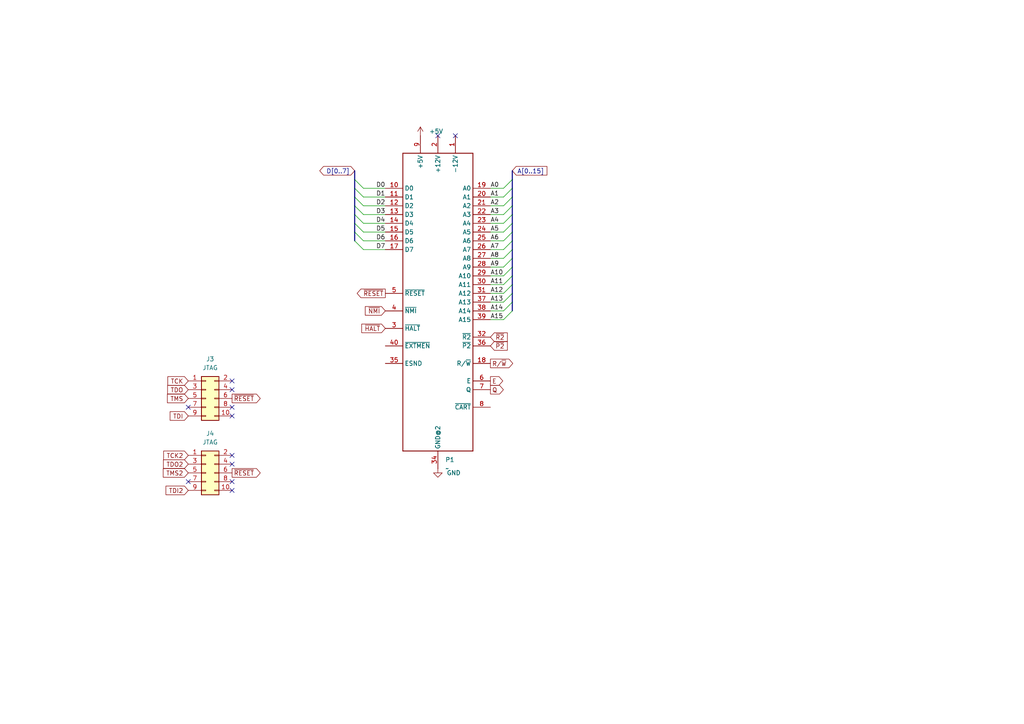
<source format=kicad_sch>
(kicad_sch (version 20250114) (generator "eeschema") (generator_version "9.0")
  (paper "A4")
  (lib_symbols
    (symbol "Connector_Generic:Conn_02x05_Odd_Even" (pin_names (offset 1.016) (hide yes))
      (property "Reference" "J" (at 1.27 7.62 0))
      (property "Value" "Conn_02x05_Odd_Even" (at 1.27 -7.62 0))
      (symbol "Conn_02x05_Odd_Even_1_1"
        (rectangle (start -1.27 6.35) (end 3.81 -6.35) (stroke (width 0.254)) (fill (type background)))
        (rectangle (start -1.27 5.207) (end 0 4.953) (stroke (width 0.1524)))
        (rectangle (start -1.27 2.667) (end 0 2.413) (stroke (width 0.1524)))
        (rectangle (start -1.27 0.127) (end 0 -0.127) (stroke (width 0.1524)))
        (rectangle (start -1.27 -2.413) (end 0 -2.667) (stroke (width 0.1524)))
        (rectangle (start -1.27 -4.953) (end 0 -5.207) (stroke (width 0.1524)))
        (rectangle (start 3.81 5.207) (end 2.54 4.953) (stroke (width 0.1524)))
        (rectangle (start 3.81 2.667) (end 2.54 2.413) (stroke (width 0.1524)))
        (rectangle (start 3.81 0.127) (end 2.54 -0.127) (stroke (width 0.1524)))
        (rectangle (start 3.81 -2.413) (end 2.54 -2.667) (stroke (width 0.1524)))
        (rectangle (start 3.81 -4.953) (end 2.54 -5.207) (stroke (width 0.1524)))
        (pin passive line (at -5.08 5.08 0) (length 3.81) (name "Pin_1") (number "1"))
        (pin passive line (at -5.08 2.54 0) (length 3.81) (name "Pin_3") (number "3"))
        (pin passive line (at -5.08 0 0) (length 3.81) (name "Pin_5") (number "5"))
        (pin passive line (at -5.08 -2.54 0) (length 3.81) (name "Pin_7") (number "7"))
        (pin passive line (at -5.08 -5.08 0) (length 3.81) (name "Pin_9") (number "9"))
        (pin passive line (at 7.62 5.08 180) (length 3.81) (name "Pin_2") (number "2"))
        (pin passive line (at 7.62 2.54 180) (length 3.81) (name "Pin_4") (number "4"))
        (pin passive line (at 7.62 0 180) (length 3.81) (name "Pin_6") (number "6"))
        (pin passive line (at 7.62 -2.54 180) (length 3.81) (name "Pin_8") (number "8"))
        (pin passive line (at 7.62 -5.08 180) (length 3.81) (name "Pin_10") (number "10"))
      )
    )
    (symbol "Library:CartridgeEdge" (in_bom no)
      (property "Reference" "P" (at 0 0 0))
      (symbol "CartridgeEdge_1_0"
        (polyline (pts (xy -10.16 40.64) (xy 10.16 40.64)) (stroke (width 0.254)))
        (polyline (pts (xy -10.16 -45.72) (xy -10.16 40.64)) (stroke (width 0.254)))
        (polyline (pts (xy 10.16 40.64) (xy 10.16 -45.72)) (stroke (width 0.254)))
        (polyline (pts (xy 10.16 -45.72) (xy -10.16 -45.72)) (stroke (width 0.254)))
        (pin bidirectional line (at -15.24 30.48 0) (length 5.08) (name "D0") (number "10"))
        (pin bidirectional line (at -15.24 27.94 0) (length 5.08) (name "D1") (number "11"))
        (pin bidirectional line (at -15.24 25.4 0) (length 5.08) (name "D2") (number "12"))
        (pin bidirectional line (at -15.24 22.86 0) (length 5.08) (name "D3") (number "13"))
        (pin bidirectional line (at -15.24 20.32 0) (length 5.08) (name "D4") (number "14"))
        (pin bidirectional line (at -15.24 17.78 0) (length 5.08) (name "D5") (number "15"))
        (pin bidirectional line (at -15.24 15.24 0) (length 5.08) (name "D6") (number "16"))
        (pin bidirectional line (at -15.24 12.7 0) (length 5.08) (name "D7") (number "17"))
        (pin bidirectional line (at -15.24 0 0) (length 5.08) (name "~{RESET}") (number "5"))
        (pin bidirectional line (at -15.24 -5.08 0) (length 5.08) (name "~{NMI}") (number "4"))
        (pin bidirectional line (at -15.24 -10.16 0) (length 5.08) (name "~{HALT}") (number "3"))
        (pin input line (at -15.24 -15.24 0) (length 5.08) (name "~{EXTMEN}") (number "40"))
        (pin bidirectional line (at -15.24 -20.32 0) (length 5.08) (name "ESND") (number "35"))
        (pin passive line (at -5.08 45.72 270) (length 5.08) (name "+5V") (number "9"))
        (pin passive line (at 0 45.72 270) (length 5.08) (name "+12V") (number "2"))
        (pin passive line (at 0 -50.8 90) (length 5.08) (hide yes) (name "GND@1") (number "33"))
        (pin passive line (at 0 -50.8 90) (length 5.08) (name "GND@2") (number "34"))
        (pin passive line (at 5.08 45.72 270) (length 5.08) (name "-12V") (number "1"))
        (pin output line (at 15.24 30.48 180) (length 5.08) (name "A0") (number "19"))
        (pin output line (at 15.24 27.94 180) (length 5.08) (name "A1") (number "20"))
        (pin output line (at 15.24 25.4 180) (length 5.08) (name "A2") (number "21"))
        (pin output line (at 15.24 22.86 180) (length 5.08) (name "A3") (number "22"))
        (pin output line (at 15.24 20.32 180) (length 5.08) (name "A4") (number "23"))
        (pin output line (at 15.24 17.78 180) (length 5.08) (name "A5") (number "24"))
        (pin output line (at 15.24 15.24 180) (length 5.08) (name "A6") (number "25"))
        (pin output line (at 15.24 12.7 180) (length 5.08) (name "A7") (number "26"))
        (pin output line (at 15.24 10.16 180) (length 5.08) (name "A8") (number "27"))
        (pin output line (at 15.24 7.62 180) (length 5.08) (name "A9") (number "28"))
        (pin output line (at 15.24 5.08 180) (length 5.08) (name "A10") (number "29"))
        (pin output line (at 15.24 2.54 180) (length 5.08) (name "A11") (number "30"))
        (pin output line (at 15.24 0 180) (length 5.08) (name "A12") (number "31"))
        (pin output line (at 15.24 -2.54 180) (length 5.08) (name "A13") (number "37"))
        (pin output line (at 15.24 -5.08 180) (length 5.08) (name "A14") (number "38"))
        (pin output line (at 15.24 -7.62 180) (length 5.08) (name "A15") (number "39"))
        (pin output line (at 15.24 -12.7 180) (length 5.08) (name "~{R2}") (number "32"))
        (pin output line (at 15.24 -15.24 180) (length 5.08) (name "~{P2}") (number "36"))
        (pin output line (at 15.24 -20.32 180) (length 5.08) (name "R/~{W}") (number "18"))
        (pin output line (at 15.24 -25.4 180) (length 5.08) (name "E") (number "6"))
        (pin output line (at 15.24 -27.94 180) (length 5.08) (name "Q") (number "7"))
        (pin input line (at 15.24 -33.02 180) (length 5.08) (name "~{CART}") (number "8"))
      )
    )
    (symbol "power:+5V" (power) (pin_numbers (hide yes)) (pin_names (offset 0) (hide yes))
      (property "Value" "+5V" (at 0 3.556 0))
      (symbol "+5V_0_1"
        (polyline (pts (xy -0.762 1.27) (xy 0 2.54)))
        (polyline (pts (xy 0 2.54) (xy 0.762 1.27)))
        (polyline (pts (xy 0 0) (xy 0 2.54)))
      )
      (symbol "+5V_1_1"
        (pin power_in line (at 0 0 90) (length 0) (name "~") (number "1"))
      )
    )
    (symbol "power:GND" (power) (pin_numbers (hide yes)) (pin_names (offset 0) (hide yes))
      (property "Value" "GND" (at 0 -3.81 0))
      (symbol "GND_0_1"
        (polyline (pts (xy 0 0) (xy 0 -1.27) (xy 1.27 -1.27) (xy 0 -2.54) (xy -1.27 -1.27) (xy 0 -1.27)))
      )
      (symbol "GND_1_1"
        (pin power_in line (at 0 0 270) (length 0) (name "~") (number "1"))
      )
    )
  )
  (no_connect (at 67.31 142.24))
  (no_connect (at 67.31 113.03))
  (no_connect (at 67.31 110.49))
  (no_connect (at 54.61 118.11))
  (no_connect (at 67.31 134.62))
  (no_connect (at 54.61 139.7))
  (no_connect (at 132.08 39.37))
  (no_connect (at 67.31 120.65))
  (no_connect (at 67.31 139.7))
  (no_connect (at 67.31 118.11))
  (no_connect (at 127 39.37))
  (no_connect (at 67.31 132.08))
  (bus_entry (at 102.87 62.23) (size 2.54 2.54))
  (bus_entry (at 102.87 57.15) (size 2.54 2.54))
  (bus_entry (at 148.59 74.93) (size -2.54 2.54))
  (bus_entry (at 148.59 69.85) (size -2.54 2.54))
  (bus_entry (at 148.59 52.07) (size -2.54 2.54))
  (bus_entry (at 148.59 64.77) (size -2.54 2.54))
  (bus_entry (at 148.59 54.61) (size -2.54 2.54))
  (bus_entry (at 148.59 90.17) (size -2.54 2.54))
  (bus_entry (at 102.87 52.07) (size 2.54 2.54))
  (bus_entry (at 148.59 77.47) (size -2.54 2.54))
  (bus_entry (at 148.59 62.23) (size -2.54 2.54))
  (bus_entry (at 102.87 64.77) (size 2.54 2.54))
  (bus_entry (at 148.59 59.69) (size -2.54 2.54))
  (bus_entry (at 148.59 80.01) (size -2.54 2.54))
  (bus_entry (at 148.59 67.31) (size -2.54 2.54))
  (bus_entry (at 102.87 69.85) (size 2.54 2.54))
  (bus_entry (at 102.87 59.69) (size 2.54 2.54))
  (bus_entry (at 102.87 67.31) (size 2.54 2.54))
  (bus_entry (at 148.59 85.09) (size -2.54 2.54))
  (bus_entry (at 148.59 82.55) (size -2.54 2.54))
  (bus_entry (at 102.87 54.61) (size 2.54 2.54))
  (bus_entry (at 148.59 87.63) (size -2.54 2.54))
  (bus_entry (at 148.59 57.15) (size -2.54 2.54))
  (bus_entry (at 148.59 72.39) (size -2.54 2.54))
  (wire (pts (xy 142.24 82.55) (xy 146.05 82.55)))
  (wire (pts (xy 142.24 57.15) (xy 146.05 57.15)))
  (wire (pts (xy 142.24 62.23) (xy 146.05 62.23)))
  (wire (pts (xy 105.41 62.23) (xy 111.76 62.23)))
  (wire (pts (xy 105.41 54.61) (xy 111.76 54.61)))
  (wire (pts (xy 146.05 85.09) (xy 142.24 85.09)))
  (bus (pts (xy 148.59 57.15) (xy 148.59 59.69)))
  (bus (pts (xy 148.59 54.61) (xy 148.59 57.15)))
  (wire (pts (xy 105.41 69.85) (xy 111.76 69.85)))
  (wire (pts (xy 142.24 67.31) (xy 146.05 67.31)))
  (bus (pts (xy 148.59 64.77) (xy 148.59 67.31)))
  (wire (pts (xy 105.41 72.39) (xy 111.76 72.39)))
  (bus (pts (xy 102.87 64.77) (xy 102.87 67.31)))
  (bus (pts (xy 148.59 69.85) (xy 148.59 72.39)))
  (wire (pts (xy 105.41 57.15) (xy 111.76 57.15)))
  (bus (pts (xy 148.59 67.31) (xy 148.59 69.85)))
  (wire (pts (xy 142.24 77.47) (xy 146.05 77.47)))
  (bus (pts (xy 148.59 85.09) (xy 148.59 87.63)))
  (bus (pts (xy 148.59 59.69) (xy 148.59 62.23)))
  (bus (pts (xy 148.59 77.47) (xy 148.59 80.01)))
  (wire (pts (xy 146.05 90.17) (xy 142.24 90.17)))
  (wire (pts (xy 105.41 67.31) (xy 111.76 67.31)))
  (bus (pts (xy 148.59 52.07) (xy 148.59 54.61)))
  (wire (pts (xy 142.24 72.39) (xy 146.05 72.39)))
  (wire (pts (xy 105.41 64.77) (xy 111.76 64.77)))
  (bus (pts (xy 148.59 49.53) (xy 148.59 52.07)))
  (bus (pts (xy 102.87 67.31) (xy 102.87 69.85)))
  (bus (pts (xy 148.59 72.39) (xy 148.59 74.93)))
  (wire (pts (xy 146.05 80.01) (xy 142.24 80.01)))
  (wire (pts (xy 146.05 69.85) (xy 142.24 69.85)))
  (wire (pts (xy 146.05 59.69) (xy 142.24 59.69)))
  (bus (pts (xy 102.87 54.61) (xy 102.87 57.15)))
  (wire (pts (xy 142.24 87.63) (xy 146.05 87.63)))
  (bus (pts (xy 102.87 52.07) (xy 102.87 54.61)))
  (bus (pts (xy 148.59 62.23) (xy 148.59 64.77)))
  (wire (pts (xy 146.05 74.93) (xy 142.24 74.93)))
  (bus (pts (xy 148.59 87.63) (xy 148.59 90.17)))
  (bus (pts (xy 148.59 82.55) (xy 148.59 85.09)))
  (wire (pts (xy 142.24 92.71) (xy 146.05 92.71)))
  (bus (pts (xy 102.87 62.23) (xy 102.87 64.77)))
  (bus (pts (xy 102.87 49.53) (xy 102.87 52.07)))
  (bus (pts (xy 102.87 57.15) (xy 102.87 59.69)))
  (wire (pts (xy 146.05 54.61) (xy 142.24 54.61)))
  (bus (pts (xy 148.59 74.93) (xy 148.59 77.47)))
  (bus (pts (xy 102.87 59.69) (xy 102.87 62.23)))
  (wire (pts (xy 105.41 59.69) (xy 111.76 59.69)))
  (wire (pts (xy 146.05 64.77) (xy 142.24 64.77)))
  (bus (pts (xy 148.59 80.01) (xy 148.59 82.55)))
  (label "A13" (at 142.24 87.63 0))
  (label "A6" (at 142.24 69.85 0))
  (label "A11" (at 142.24 82.55 0))
  (label "A9" (at 142.24 77.47 0))
  (label "A4" (at 142.24 64.77 0))
  (label "D6" (at 111.76 69.85 180))
  (label "A1" (at 142.24 57.15 0))
  (label "D0" (at 111.76 54.61 180))
  (label "A14" (at 142.24 90.17 0))
  (label "A12" (at 142.24 85.09 0))
  (label "D4" (at 111.76 64.77 180))
  (label "D7" (at 111.76 72.39 180))
  (label "D2" (at 111.76 59.69 180))
  (label "D5" (at 111.76 67.31 180))
  (label "A8" (at 142.24 74.93 0))
  (label "A15" (at 142.24 92.71 0))
  (label "D3" (at 111.76 62.23 180))
  (label "A7" (at 142.24 72.39 0))
  (label "A3" (at 142.24 62.23 0))
  (label "A2" (at 142.24 59.69 0))
  (label "A10" (at 142.24 80.01 0))
  (label "A5" (at 142.24 67.31 0))
  (label "A0" (at 142.24 54.61 0))
  (label "D1" (at 111.76 57.15 180))
  (global_label "R{slash}~{W}" (shape output) (at 142.24 105.41 0) (property "Intersheetrefs" "${INTERSHEET_REFS}" (effects (hide yes))))
  (global_label "~{RESET}" (shape output) (at 67.31 137.16 0) (property "Intersheetrefs" "${INTERSHEET_REFS}" (effects (hide yes))))
  (global_label "~{RESET}" (shape output) (at 111.76 85.09 180) (property "Intersheetrefs" "${INTERSHEET_REFS}" (effects (hide yes))))
  (global_label "~{RESET}" (shape output) (at 67.31 115.57 0) (property "Intersheetrefs" "${INTERSHEET_REFS}" (effects (hide yes))))
  (global_label "TDO" (shape input) (at 54.61 113.03 180) (property "Intersheetrefs" "${INTERSHEET_REFS}" (effects (hide yes))))
  (global_label "TDI" (shape input) (at 54.61 120.65 180) (property "Intersheetrefs" "${INTERSHEET_REFS}" (effects (hide yes))))
  (global_label "TMS2" (shape input) (at 54.61 137.16 180) (property "Intersheetrefs" "${INTERSHEET_REFS}" (effects (hide yes))))
  (global_label "TMS" (shape input) (at 54.61 115.57 180) (property "Intersheetrefs" "${INTERSHEET_REFS}" (effects (hide yes))))
  (global_label "TDI2" (shape input) (at 54.61 142.24 180) (property "Intersheetrefs" "${INTERSHEET_REFS}" (effects (hide yes))))
  (global_label "TDO2" (shape input) (at 54.61 134.62 180) (property "Intersheetrefs" "${INTERSHEET_REFS}" (effects (hide yes))))
  (global_label "~{HALT}" (shape input) (at 111.76 95.25 180) (property "Intersheetrefs" "${INTERSHEET_REFS}" (effects (hide yes))))
  (global_label "D[0..7]" (shape bidirectional) (at 102.87 49.53 180) (property "Intersheetrefs" "${INTERSHEET_REFS}" (effects (hide yes))))
  (global_label "~{R2}" (shape input) (at 142.24 97.79 0) (property "Intersheetrefs" "${INTERSHEET_REFS}" (effects (hide yes))))
  (global_label "TCK2" (shape input) (at 54.61 132.08 180) (property "Intersheetrefs" "${INTERSHEET_REFS}" (effects (hide yes))))
  (global_label "~{NMI}" (shape input) (at 111.76 90.17 180) (property "Intersheetrefs" "${INTERSHEET_REFS}" (effects (hide yes))))
  (global_label "A[0..15]" (shape input) (at 148.59 49.53 0) (property "Intersheetrefs" "${INTERSHEET_REFS}" (effects (hide yes))))
  (global_label "Q" (shape output) (at 142.24 113.03 0) (property "Intersheetrefs" "${INTERSHEET_REFS}" (effects (hide yes))))
  (global_label "TCK" (shape input) (at 54.61 110.49 180) (property "Intersheetrefs" "${INTERSHEET_REFS}" (effects (hide yes))))
  (global_label "E" (shape output) (at 142.24 110.49 0) (property "Intersheetrefs" "${INTERSHEET_REFS}" (effects (hide yes))))
  (global_label "~{P2}" (shape input) (at 142.24 100.33 0) (property "Intersheetrefs" "${INTERSHEET_REFS}" (effects (hide yes))))
  (symbol (lib_id "Connector_Generic:Conn_02x05_Odd_Even") (at 59.69 115.57 0) (unit 1)
    (property "Reference" "J3" (at 60.96 104.14 0))
    (property "Value" "JTAG" (at 60.96 106.68 0))
    (property "Footprint" "Connector_PinHeader_2.54mm:PinHeader_2x05_P2.54mm_Vertical" (effects (hide yes)))
    (property "Description" "Generic connector, double row, 02x05, odd/even pin numbering scheme (row 1 odd numbers, row 2 even numbers), script generated (kicad-library-utils/schlib/autogen/connector/)" (effects (hide yes)))
  )
  (symbol (lib_id "power:GND") (at 127 135.89 0) (unit 1)
    (property "Reference" "#PWR063" (effects (hide yes)))
    (property "Value" "GND" (at 129.54 137.1599 0) (effects (justify left)))
    (property "Description" "Power symbol creates a global label with name \"GND\" , ground" (effects (hide yes)))
  )
  (symbol (lib_id "power:+5V") (at 121.92 39.37 0) (unit 1)
    (property "Reference" "#PWR047" (effects (hide yes)))
    (property "Value" "+5V" (at 124.46 38.0999 0) (effects (justify left)))
    (property "Description" "Power symbol creates a global label with name \"+5V\"" (effects (hide yes)))
  )
  (symbol (lib_id "Connector_Generic:Conn_02x05_Odd_Even") (at 59.69 137.16 0) (unit 1)
    (property "Reference" "J4" (at 60.96 125.73 0))
    (property "Value" "JTAG" (at 60.96 128.27 0))
    (property "Footprint" "Connector_PinHeader_2.54mm:PinHeader_2x05_P2.54mm_Vertical" (effects (hide yes)))
    (property "Description" "Generic connector, double row, 02x05, odd/even pin numbering scheme (row 1 odd numbers, row 2 even numbers), script generated (kicad-library-utils/schlib/autogen/connector/)" (effects (hide yes)))
  )
  (symbol (lib_id "Library:CartridgeEdge") (at 127 85.09 0) (unit 1) (in_bom no)
    (property "Reference" "P1" (at 129.1433 133.35 0) (effects (justify left)))
    (property "Value" "~" (at 129.1433 135.89 0) (effects (justify left)))
    (property "Footprint" "Library:CartridgeEdge" (effects (hide yes)))
  )
)
</source>
